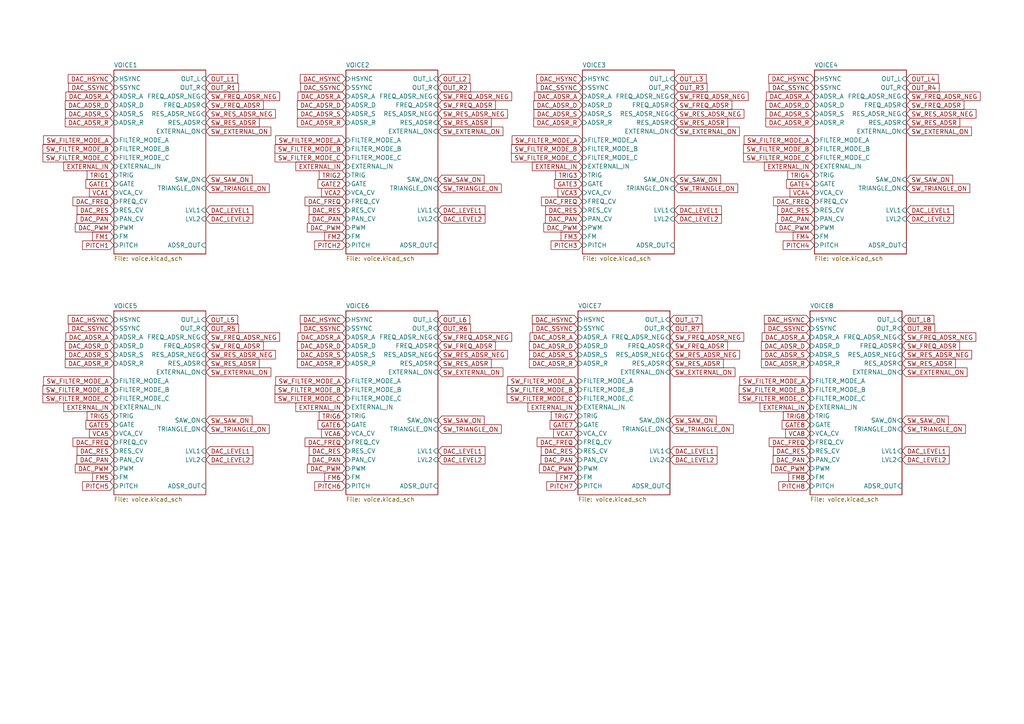
<source format=kicad_sch>
(kicad_sch (version 20230121) (generator eeschema)
  (paper "A4")
  (title_block (title "Polykit-X8 Mainboard") (date "2024-01-14") (rev "v0.0.2") (company "Jan Knipper") (comment 1 "github.com/polykit"))
  (lib_symbols)
  (global_label "SW_FILTER_MODE_C" (shape input) (at 167.64 115.57 180) (property "Intersheetrefs" "${INTERSHEET_REFS}" (effects hide)))
  (global_label "DAC_LEVEL2" (shape input) (at 195.58 63.5 0) (property "Intersheetrefs" "${INTERSHEET_REFS}" (effects hide)))
  (global_label "OUT_L6" (shape input) (at 127 92.71 0) (property "Intersheetrefs" "${INTERSHEET_REFS}" (effects hide)))
  (global_label "SW_TRIANGLE_ON" (shape input) (at 127 54.61 0) (property "Intersheetrefs" "${INTERSHEET_REFS}" (effects hide)))
  (global_label "DAC_ADSR_R" (shape input) (at 236.22 35.56 180) (property "Intersheetrefs" "${INTERSHEET_REFS}" (effects hide)))
  (global_label "OUT_R1" (shape input) (at 59.69 25.4 0) (property "Intersheetrefs" "${INTERSHEET_REFS}" (effects hide)))
  (global_label "DAC_RES" (shape input) (at 236.22 60.96 180) (property "Intersheetrefs" "${INTERSHEET_REFS}" (effects hide)))
  (global_label "PITCH1" (shape input) (at 33.02 71.12 180) (property "Intersheetrefs" "${INTERSHEET_REFS}" (effects hide)))
  (global_label "EXTERNAL_IN" (shape input) (at 236.22 48.26 180) (property "Intersheetrefs" "${INTERSHEET_REFS}" (effects hide)))
  (global_label "DAC_PAN" (shape input) (at 33.02 63.5 180) (property "Intersheetrefs" "${INTERSHEET_REFS}" (effects hide)))
  (global_label "SW_EXTERNAL_ON" (shape input) (at 59.69 107.95 0) (property "Intersheetrefs" "${INTERSHEET_REFS}" (effects hide)))
  (global_label "OUT_R6" (shape input) (at 127 95.25 0) (property "Intersheetrefs" "${INTERSHEET_REFS}" (effects hide)))
  (global_label "DAC_LEVEL2" (shape input) (at 262.89 63.5 0) (property "Intersheetrefs" "${INTERSHEET_REFS}" (effects hide)))
  (global_label "SW_FILTER_MODE_A" (shape input) (at 100.33 40.64 180) (property "Intersheetrefs" "${INTERSHEET_REFS}" (effects hide)))
  (global_label "DAC_LEVEL2" (shape input) (at 261.62 133.35 0) (property "Intersheetrefs" "${INTERSHEET_REFS}" (effects hide)))
  (global_label "PITCH8" (shape input) (at 234.95 140.97 180) (property "Intersheetrefs" "${INTERSHEET_REFS}" (effects hide)))
  (global_label "DAC_ADSR_S" (shape input) (at 234.95 102.87 180) (property "Intersheetrefs" "${INTERSHEET_REFS}" (effects hide)))
  (global_label "PITCH7" (shape input) (at 167.64 140.97 180) (property "Intersheetrefs" "${INTERSHEET_REFS}" (effects hide)))
  (global_label "DAC_SSYNC" (shape input) (at 168.91 25.4 180) (property "Intersheetrefs" "${INTERSHEET_REFS}" (effects hide)))
  (global_label "SW_TRIANGLE_ON" (shape input) (at 59.69 124.46 0) (property "Intersheetrefs" "${INTERSHEET_REFS}" (effects hide)))
  (global_label "SW_SAW_ON" (shape input) (at 59.69 121.92 0) (property "Intersheetrefs" "${INTERSHEET_REFS}" (effects hide)))
  (global_label "SW_FILTER_MODE_C" (shape input) (at 168.91 45.72 180) (property "Intersheetrefs" "${INTERSHEET_REFS}" (effects hide)))
  (global_label "FM5" (shape input) (at 33.02 138.43 180) (property "Intersheetrefs" "${INTERSHEET_REFS}" (effects hide)))
  (global_label "OUT_L3" (shape input) (at 195.58 22.86 0) (property "Intersheetrefs" "${INTERSHEET_REFS}" (effects hide)))
  (global_label "EXTERNAL_IN" (shape input) (at 168.91 48.26 180) (property "Intersheetrefs" "${INTERSHEET_REFS}" (effects hide)))
  (global_label "DAC_HSYNC" (shape input) (at 234.95 92.71 180) (property "Intersheetrefs" "${INTERSHEET_REFS}" (effects hide)))
  (global_label "DAC_ADSR_D" (shape input) (at 167.64 100.33 180) (property "Intersheetrefs" "${INTERSHEET_REFS}" (effects hide)))
  (global_label "SW_RES_ADSR" (shape input) (at 127 105.41 0) (property "Intersheetrefs" "${INTERSHEET_REFS}" (effects hide)))
  (global_label "PITCH5" (shape input) (at 33.02 140.97 180) (property "Intersheetrefs" "${INTERSHEET_REFS}" (effects hide)))
  (global_label "TRIG4" (shape input) (at 236.22 50.8 180) (property "Intersheetrefs" "${INTERSHEET_REFS}" (effects hide)))
  (global_label "SW_SAW_ON" (shape input) (at 127 52.07 0) (property "Intersheetrefs" "${INTERSHEET_REFS}" (effects hide)))
  (global_label "DAC_ADSR_R" (shape input) (at 168.91 35.56 180) (property "Intersheetrefs" "${INTERSHEET_REFS}" (effects hide)))
  (global_label "SW_RES_ADSR_NEG" (shape input) (at 127 102.87 0) (property "Intersheetrefs" "${INTERSHEET_REFS}" (effects hide)))
  (global_label "DAC_FREQ" (shape input) (at 100.33 58.42 180) (property "Intersheetrefs" "${INTERSHEET_REFS}" (effects hide)))
  (global_label "DAC_PWM" (shape input) (at 33.02 135.89 180) (property "Intersheetrefs" "${INTERSHEET_REFS}" (effects hide)))
  (global_label "DAC_HSYNC" (shape input) (at 33.02 22.86 180) (property "Intersheetrefs" "${INTERSHEET_REFS}" (effects hide)))
  (global_label "VCA8" (shape input) (at 234.95 125.73 180) (property "Intersheetrefs" "${INTERSHEET_REFS}" (effects hide)))
  (global_label "DAC_ADSR_R" (shape input) (at 100.33 35.56 180) (property "Intersheetrefs" "${INTERSHEET_REFS}" (effects hide)))
  (global_label "DAC_ADSR_S" (shape input) (at 33.02 33.02 180) (property "Intersheetrefs" "${INTERSHEET_REFS}" (effects hide)))
  (global_label "DAC_HSYNC" (shape input) (at 33.02 92.71 180) (property "Intersheetrefs" "${INTERSHEET_REFS}" (effects hide)))
  (global_label "SW_FILTER_MODE_B" (shape input) (at 168.91 43.18 180) (property "Intersheetrefs" "${INTERSHEET_REFS}" (effects hide)))
  (global_label "SW_FREQ_ADSR" (shape input) (at 194.31 100.33 0) (property "Intersheetrefs" "${INTERSHEET_REFS}" (effects hide)))
  (global_label "SW_FILTER_MODE_A" (shape input) (at 168.91 40.64 180) (property "Intersheetrefs" "${INTERSHEET_REFS}" (effects hide)))
  (global_label "SW_FILTER_MODE_A" (shape input) (at 234.95 110.49 180) (property "Intersheetrefs" "${INTERSHEET_REFS}" (effects hide)))
  (global_label "DAC_PWM" (shape input) (at 234.95 135.89 180) (property "Intersheetrefs" "${INTERSHEET_REFS}" (effects hide)))
  (global_label "VCA1" (shape input) (at 33.02 55.88 180) (property "Intersheetrefs" "${INTERSHEET_REFS}" (effects hide)))
  (global_label "SW_RES_ADSR" (shape input) (at 59.69 105.41 0) (property "Intersheetrefs" "${INTERSHEET_REFS}" (effects hide)))
  (global_label "DAC_LEVEL2" (shape input) (at 59.69 133.35 0) (property "Intersheetrefs" "${INTERSHEET_REFS}" (effects hide)))
  (global_label "SW_EXTERNAL_ON" (shape input) (at 127 38.1 0) (property "Intersheetrefs" "${INTERSHEET_REFS}" (effects hide)))
  (global_label "SW_FILTER_MODE_C" (shape input) (at 236.22 45.72 180) (property "Intersheetrefs" "${INTERSHEET_REFS}" (effects hide)))
  (global_label "SW_FREQ_ADSR" (shape input) (at 127 100.33 0) (property "Intersheetrefs" "${INTERSHEET_REFS}" (effects hide)))
  (global_label "FM3" (shape input) (at 168.91 68.58 180) (property "Intersheetrefs" "${INTERSHEET_REFS}" (effects hide)))
  (global_label "SW_FREQ_ADSR_NEG" (shape input) (at 262.89 27.94 0) (property "Intersheetrefs" "${INTERSHEET_REFS}" (effects hide)))
  (global_label "DAC_ADSR_S" (shape input) (at 100.33 33.02 180) (property "Intersheetrefs" "${INTERSHEET_REFS}" (effects hide)))
  (global_label "VCA7" (shape input) (at 167.64 125.73 180) (property "Intersheetrefs" "${INTERSHEET_REFS}" (effects hide)))
  (global_label "OUT_L4" (shape input) (at 262.89 22.86 0) (property "Intersheetrefs" "${INTERSHEET_REFS}" (effects hide)))
  (global_label "DAC_SSYNC" (shape input) (at 100.33 25.4 180) (property "Intersheetrefs" "${INTERSHEET_REFS}" (effects hide)))
  (global_label "SW_RES_ADSR_NEG" (shape input) (at 194.31 102.87 0) (property "Intersheetrefs" "${INTERSHEET_REFS}" (effects hide)))
  (global_label "SW_RES_ADSR" (shape input) (at 59.69 35.56 0) (property "Intersheetrefs" "${INTERSHEET_REFS}" (effects hide)))
  (global_label "DAC_LEVEL1" (shape input) (at 127 60.96 0) (property "Intersheetrefs" "${INTERSHEET_REFS}" (effects hide)))
  (global_label "SW_FILTER_MODE_B" (shape input) (at 33.02 113.03 180) (property "Intersheetrefs" "${INTERSHEET_REFS}" (effects hide)))
  (global_label "DAC_LEVEL1" (shape input) (at 261.62 130.81 0) (property "Intersheetrefs" "${INTERSHEET_REFS}" (effects hide)))
  (global_label "GATE2" (shape input) (at 100.33 53.34 180) (property "Intersheetrefs" "${INTERSHEET_REFS}" (effects hide)))
  (global_label "DAC_SSYNC" (shape input) (at 236.22 25.4 180) (property "Intersheetrefs" "${INTERSHEET_REFS}" (effects hide)))
  (global_label "DAC_LEVEL2" (shape input) (at 127 63.5 0) (property "Intersheetrefs" "${INTERSHEET_REFS}" (effects hide)))
  (global_label "SW_SAW_ON" (shape input) (at 261.62 121.92 0) (property "Intersheetrefs" "${INTERSHEET_REFS}" (effects hide)))
  (global_label "DAC_PAN" (shape input) (at 234.95 133.35 180) (property "Intersheetrefs" "${INTERSHEET_REFS}" (effects hide)))
  (global_label "DAC_ADSR_A" (shape input) (at 33.02 97.79 180) (property "Intersheetrefs" "${INTERSHEET_REFS}" (effects hide)))
  (global_label "DAC_SSYNC" (shape input) (at 234.95 95.25 180) (property "Intersheetrefs" "${INTERSHEET_REFS}" (effects hide)))
  (global_label "DAC_ADSR_A" (shape input) (at 167.64 97.79 180) (property "Intersheetrefs" "${INTERSHEET_REFS}" (effects hide)))
  (global_label "DAC_ADSR_R" (shape input) (at 33.02 35.56 180) (property "Intersheetrefs" "${INTERSHEET_REFS}" (effects hide)))
  (global_label "GATE3" (shape input) (at 168.91 53.34 180) (property "Intersheetrefs" "${INTERSHEET_REFS}" (effects hide)))
  (global_label "DAC_ADSR_S" (shape input) (at 168.91 33.02 180) (property "Intersheetrefs" "${INTERSHEET_REFS}" (effects hide)))
  (global_label "SW_FILTER_MODE_C" (shape input) (at 234.95 115.57 180) (property "Intersheetrefs" "${INTERSHEET_REFS}" (effects hide)))
  (global_label "SW_FILTER_MODE_A" (shape input) (at 100.33 110.49 180) (property "Intersheetrefs" "${INTERSHEET_REFS}" (effects hide)))
  (global_label "DAC_ADSR_D" (shape input) (at 236.22 30.48 180) (property "Intersheetrefs" "${INTERSHEET_REFS}" (effects hide)))
  (global_label "DAC_ADSR_S" (shape input) (at 100.33 102.87 180) (property "Intersheetrefs" "${INTERSHEET_REFS}" (effects hide)))
  (global_label "SW_SAW_ON" (shape input) (at 195.58 52.07 0) (property "Intersheetrefs" "${INTERSHEET_REFS}" (effects hide)))
  (global_label "SW_RES_ADSR" (shape input) (at 194.31 105.41 0) (property "Intersheetrefs" "${INTERSHEET_REFS}" (effects hide)))
  (global_label "DAC_ADSR_R" (shape input) (at 33.02 105.41 180) (property "Intersheetrefs" "${INTERSHEET_REFS}" (effects hide)))
  (global_label "DAC_SSYNC" (shape input) (at 33.02 25.4 180) (property "Intersheetrefs" "${INTERSHEET_REFS}" (effects hide)))
  (global_label "SW_RES_ADSR_NEG" (shape input) (at 262.89 33.02 0) (property "Intersheetrefs" "${INTERSHEET_REFS}" (effects hide)))
  (global_label "SW_SAW_ON" (shape input) (at 194.31 121.92 0) (property "Intersheetrefs" "${INTERSHEET_REFS}" (effects hide)))
  (global_label "DAC_RES" (shape input) (at 167.64 130.81 180) (property "Intersheetrefs" "${INTERSHEET_REFS}" (effects hide)))
  (global_label "OUT_R3" (shape input) (at 195.58 25.4 0) (property "Intersheetrefs" "${INTERSHEET_REFS}" (effects hide)))
  (global_label "DAC_PAN" (shape input) (at 100.33 133.35 180) (property "Intersheetrefs" "${INTERSHEET_REFS}" (effects hide)))
  (global_label "SW_RES_ADSR_NEG" (shape input) (at 195.58 33.02 0) (property "Intersheetrefs" "${INTERSHEET_REFS}" (effects hide)))
  (global_label "DAC_LEVEL1" (shape input) (at 194.31 130.81 0) (property "Intersheetrefs" "${INTERSHEET_REFS}" (effects hide)))
  (global_label "SW_FILTER_MODE_B" (shape input) (at 236.22 43.18 180) (property "Intersheetrefs" "${INTERSHEET_REFS}" (effects hide)))
  (global_label "SW_FREQ_ADSR" (shape input) (at 195.58 30.48 0) (property "Intersheetrefs" "${INTERSHEET_REFS}" (effects hide)))
  (global_label "SW_RES_ADSR" (shape input) (at 127 35.56 0) (property "Intersheetrefs" "${INTERSHEET_REFS}" (effects hide)))
  (global_label "SW_RES_ADSR_NEG" (shape input) (at 127 33.02 0) (property "Intersheetrefs" "${INTERSHEET_REFS}" (effects hide)))
  (global_label "SW_TRIANGLE_ON" (shape input) (at 195.58 54.61 0) (property "Intersheetrefs" "${INTERSHEET_REFS}" (effects hide)))
  (global_label "DAC_FREQ" (shape input) (at 236.22 58.42 180) (property "Intersheetrefs" "${INTERSHEET_REFS}" (effects hide)))
  (global_label "DAC_ADSR_R" (shape input) (at 167.64 105.41 180) (property "Intersheetrefs" "${INTERSHEET_REFS}" (effects hide)))
  (global_label "SW_EXTERNAL_ON" (shape input) (at 59.69 38.1 0) (property "Intersheetrefs" "${INTERSHEET_REFS}" (effects hide)))
  (global_label "DAC_ADSR_D" (shape input) (at 234.95 100.33 180) (property "Intersheetrefs" "${INTERSHEET_REFS}" (effects hide)))
  (global_label "SW_RES_ADSR_NEG" (shape input) (at 59.69 102.87 0) (property "Intersheetrefs" "${INTERSHEET_REFS}" (effects hide)))
  (global_label "TRIG5" (shape input) (at 33.02 120.65 180) (property "Intersheetrefs" "${INTERSHEET_REFS}" (effects hide)))
  (global_label "DAC_HSYNC" (shape input) (at 167.64 92.71 180) (property "Intersheetrefs" "${INTERSHEET_REFS}" (effects hide)))
  (global_label "FM6" (shape input) (at 100.33 138.43 180) (property "Intersheetrefs" "${INTERSHEET_REFS}" (effects hide)))
  (global_label "TRIG7" (shape input) (at 167.64 120.65 180) (property "Intersheetrefs" "${INTERSHEET_REFS}" (effects hide)))
  (global_label "DAC_LEVEL2" (shape input) (at 194.31 133.35 0) (property "Intersheetrefs" "${INTERSHEET_REFS}" (effects hide)))
  (global_label "DAC_PWM" (shape input) (at 168.91 66.04 180) (property "Intersheetrefs" "${INTERSHEET_REFS}" (effects hide)))
  (global_label "SW_FILTER_MODE_C" (shape input) (at 33.02 115.57 180) (property "Intersheetrefs" "${INTERSHEET_REFS}" (effects hide)))
  (global_label "DAC_LEVEL1" (shape input) (at 195.58 60.96 0) (property "Intersheetrefs" "${INTERSHEET_REFS}" (effects hide)))
  (global_label "SW_TRIANGLE_ON" (shape input) (at 127 124.46 0) (property "Intersheetrefs" "${INTERSHEET_REFS}" (effects hide)))
  (global_label "SW_FREQ_ADSR" (shape input) (at 59.69 100.33 0) (property "Intersheetrefs" "${INTERSHEET_REFS}" (effects hide)))
  (global_label "OUT_R2" (shape input) (at 127 25.4 0) (property "Intersheetrefs" "${INTERSHEET_REFS}" (effects hide)))
  (global_label "DAC_ADSR_A" (shape input) (at 168.91 27.94 180) (property "Intersheetrefs" "${INTERSHEET_REFS}" (effects hide)))
  (global_label "DAC_RES" (shape input) (at 100.33 130.81 180) (property "Intersheetrefs" "${INTERSHEET_REFS}" (effects hide)))
  (global_label "DAC_FREQ" (shape input) (at 234.95 128.27 180) (property "Intersheetrefs" "${INTERSHEET_REFS}" (effects hide)))
  (global_label "SW_FREQ_ADSR_NEG" (shape input) (at 59.69 27.94 0) (property "Intersheetrefs" "${INTERSHEET_REFS}" (effects hide)))
  (global_label "GATE8" (shape input) (at 234.95 123.19 180) (property "Intersheetrefs" "${INTERSHEET_REFS}" (effects hide)))
  (global_label "DAC_FREQ" (shape input) (at 168.91 58.42 180) (property "Intersheetrefs" "${INTERSHEET_REFS}" (effects hide)))
  (global_label "DAC_FREQ" (shape input) (at 167.64 128.27 180) (property "Intersheetrefs" "${INTERSHEET_REFS}" (effects hide)))
  (global_label "SW_FILTER_MODE_A" (shape input) (at 33.02 110.49 180) (property "Intersheetrefs" "${INTERSHEET_REFS}" (effects hide)))
  (global_label "DAC_ADSR_S" (shape input) (at 33.02 102.87 180) (property "Intersheetrefs" "${INTERSHEET_REFS}" (effects hide)))
  (global_label "SW_FREQ_ADSR_NEG" (shape input) (at 195.58 27.94 0) (property "Intersheetrefs" "${INTERSHEET_REFS}" (effects hide)))
  (global_label "SW_FREQ_ADSR_NEG" (shape input) (at 194.31 97.79 0) (property "Intersheetrefs" "${INTERSHEET_REFS}" (effects hide)))
  (global_label "DAC_ADSR_S" (shape input) (at 236.22 33.02 180) (property "Intersheetrefs" "${INTERSHEET_REFS}" (effects hide)))
  (global_label "SW_EXTERNAL_ON" (shape input) (at 127 107.95 0) (property "Intersheetrefs" "${INTERSHEET_REFS}" (effects hide)))
  (global_label "SW_FREQ_ADSR_NEG" (shape input) (at 261.62 97.79 0) (property "Intersheetrefs" "${INTERSHEET_REFS}" (effects hide)))
  (global_label "DAC_PWM" (shape input) (at 33.02 66.04 180) (property "Intersheetrefs" "${INTERSHEET_REFS}" (effects hide)))
  (global_label "EXTERNAL_IN" (shape input) (at 234.95 118.11 180) (property "Intersheetrefs" "${INTERSHEET_REFS}" (effects hide)))
  (global_label "TRIG3" (shape input) (at 168.91 50.8 180) (property "Intersheetrefs" "${INTERSHEET_REFS}" (effects hide)))
  (global_label "SW_EXTERNAL_ON" (shape input) (at 194.31 107.95 0) (property "Intersheetrefs" "${INTERSHEET_REFS}" (effects hide)))
  (global_label "SW_SAW_ON" (shape input) (at 59.69 52.07 0) (property "Intersheetrefs" "${INTERSHEET_REFS}" (effects hide)))
  (global_label "SW_FILTER_MODE_B" (shape input) (at 100.33 43.18 180) (property "Intersheetrefs" "${INTERSHEET_REFS}" (effects hide)))
  (global_label "SW_FILTER_MODE_A" (shape input) (at 167.64 110.49 180) (property "Intersheetrefs" "${INTERSHEET_REFS}" (effects hide)))
  (global_label "SW_RES_ADSR_NEG" (shape input) (at 59.69 33.02 0) (property "Intersheetrefs" "${INTERSHEET_REFS}" (effects hide)))
  (global_label "SW_FILTER_MODE_A" (shape input) (at 236.22 40.64 180) (property "Intersheetrefs" "${INTERSHEET_REFS}" (effects hide)))
  (global_label "DAC_HSYNC" (shape input) (at 168.91 22.86 180) (property "Intersheetrefs" "${INTERSHEET_REFS}" (effects hide)))
  (global_label "DAC_PAN" (shape input) (at 168.91 63.5 180) (property "Intersheetrefs" "${INTERSHEET_REFS}" (effects hide)))
  (global_label "TRIG2" (shape input) (at 100.33 50.8 180) (property "Intersheetrefs" "${INTERSHEET_REFS}" (effects hide)))
  (global_label "EXTERNAL_IN" (shape input) (at 33.02 118.11 180) (property "Intersheetrefs" "${INTERSHEET_REFS}" (effects hide)))
  (global_label "DAC_PWM" (shape input) (at 100.33 135.89 180) (property "Intersheetrefs" "${INTERSHEET_REFS}" (effects hide)))
  (global_label "DAC_ADSR_R" (shape input) (at 100.33 105.41 180) (property "Intersheetrefs" "${INTERSHEET_REFS}" (effects hide)))
  (global_label "GATE5" (shape input) (at 33.02 123.19 180) (property "Intersheetrefs" "${INTERSHEET_REFS}" (effects hide)))
  (global_label "DAC_LEVEL1" (shape input) (at 59.69 60.96 0) (property "Intersheetrefs" "${INTERSHEET_REFS}" (effects hide)))
  (global_label "OUT_L7" (shape input) (at 194.31 92.71 0) (property "Intersheetrefs" "${INTERSHEET_REFS}" (effects hide)))
  (global_label "SW_FREQ_ADSR_NEG" (shape input) (at 127 97.79 0) (property "Intersheetrefs" "${INTERSHEET_REFS}" (effects hide)))
  (global_label "DAC_HSYNC" (shape input) (at 100.33 92.71 180) (property "Intersheetrefs" "${INTERSHEET_REFS}" (effects hide)))
  (global_label "SW_TRIANGLE_ON" (shape input) (at 194.31 124.46 0) (property "Intersheetrefs" "${INTERSHEET_REFS}" (effects hide)))
  (global_label "PITCH3" (shape input) (at 168.91 71.12 180) (property "Intersheetrefs" "${INTERSHEET_REFS}" (effects hide)))
  (global_label "OUT_R8" (shape input) (at 261.62 95.25 0) (property "Intersheetrefs" "${INTERSHEET_REFS}" (effects hide)))
  (global_label "SW_FREQ_ADSR_NEG" (shape input) (at 127 27.94 0) (property "Intersheetrefs" "${INTERSHEET_REFS}" (effects hide)))
  (global_label "DAC_FREQ" (shape input) (at 33.02 58.42 180) (property "Intersheetrefs" "${INTERSHEET_REFS}" (effects hide)))
  (global_label "VCA4" (shape input) (at 236.22 55.88 180) (property "Intersheetrefs" "${INTERSHEET_REFS}" (effects hide)))
  (global_label "SW_FREQ_ADSR" (shape input) (at 59.69 30.48 0) (property "Intersheetrefs" "${INTERSHEET_REFS}" (effects hide)))
  (global_label "DAC_LEVEL2" (shape input) (at 127 133.35 0) (property "Intersheetrefs" "${INTERSHEET_REFS}" (effects hide)))
  (global_label "DAC_LEVEL2" (shape input) (at 59.69 63.5 0) (property "Intersheetrefs" "${INTERSHEET_REFS}" (effects hide)))
  (global_label "DAC_ADSR_A" (shape input) (at 236.22 27.94 180) (property "Intersheetrefs" "${INTERSHEET_REFS}" (effects hide)))
  (global_label "FM2" (shape input) (at 100.33 68.58 180) (property "Intersheetrefs" "${INTERSHEET_REFS}" (effects hide)))
  (global_label "SW_RES_ADSR" (shape input) (at 261.62 105.41 0) (property "Intersheetrefs" "${INTERSHEET_REFS}" (effects hide)))
  (global_label "SW_TRIANGLE_ON" (shape input) (at 261.62 124.46 0) (property "Intersheetrefs" "${INTERSHEET_REFS}" (effects hide)))
  (global_label "SW_FREQ_ADSR" (shape input) (at 261.62 100.33 0) (property "Intersheetrefs" "${INTERSHEET_REFS}" (effects hide)))
  (global_label "SW_FREQ_ADSR" (shape input) (at 262.89 30.48 0) (property "Intersheetrefs" "${INTERSHEET_REFS}" (effects hide)))
  (global_label "TRIG1" (shape input) (at 33.02 50.8 180) (property "Intersheetrefs" "${INTERSHEET_REFS}" (effects hide)))
  (global_label "VCA2" (shape input) (at 100.33 55.88 180) (property "Intersheetrefs" "${INTERSHEET_REFS}" (effects hide)))
  (global_label "DAC_ADSR_D" (shape input) (at 100.33 30.48 180) (property "Intersheetrefs" "${INTERSHEET_REFS}" (effects hide)))
  (global_label "DAC_PAN" (shape input) (at 167.64 133.35 180) (property "Intersheetrefs" "${INTERSHEET_REFS}" (effects hide)))
  (global_label "GATE4" (shape input) (at 236.22 53.34 180) (property "Intersheetrefs" "${INTERSHEET_REFS}" (effects hide)))
  (global_label "OUT_L1" (shape input) (at 59.69 22.86 0) (property "Intersheetrefs" "${INTERSHEET_REFS}" (effects hide)))
  (global_label "VCA5" (shape input) (at 33.02 125.73 180) (property "Intersheetrefs" "${INTERSHEET_REFS}" (effects hide)))
  (global_label "DAC_LEVEL1" (shape input) (at 59.69 130.81 0) (property "Intersheetrefs" "${INTERSHEET_REFS}" (effects hide)))
  (global_label "SW_SAW_ON" (shape input) (at 127 121.92 0) (property "Intersheetrefs" "${INTERSHEET_REFS}" (effects hide)))
  (global_label "PITCH2" (shape input) (at 100.33 71.12 180) (property "Intersheetrefs" "${INTERSHEET_REFS}" (effects hide)))
  (global_label "SW_FILTER_MODE_C" (shape input) (at 33.02 45.72 180) (property "Intersheetrefs" "${INTERSHEET_REFS}" (effects hide)))
  (global_label "OUT_R4" (shape input) (at 262.89 25.4 0) (property "Intersheetrefs" "${INTERSHEET_REFS}" (effects hide)))
  (global_label "DAC_FREQ" (shape input) (at 100.33 128.27 180) (property "Intersheetrefs" "${INTERSHEET_REFS}" (effects hide)))
  (global_label "DAC_ADSR_A" (shape input) (at 100.33 97.79 180) (property "Intersheetrefs" "${INTERSHEET_REFS}" (effects hide)))
  (global_label "EXTERNAL_IN" (shape input) (at 100.33 48.26 180) (property "Intersheetrefs" "${INTERSHEET_REFS}" (effects hide)))
  (global_label "DAC_ADSR_D" (shape input) (at 33.02 100.33 180) (property "Intersheetrefs" "${INTERSHEET_REFS}" (effects hide)))
  (global_label "DAC_PWM" (shape input) (at 167.64 135.89 180) (property "Intersheetrefs" "${INTERSHEET_REFS}" (effects hide)))
  (global_label "DAC_ADSR_R" (shape input) (at 234.95 105.41 180) (property "Intersheetrefs" "${INTERSHEET_REFS}" (effects hide)))
  (global_label "SW_EXTERNAL_ON" (shape input) (at 195.58 38.1 0) (property "Intersheetrefs" "${INTERSHEET_REFS}" (effects hide)))
  (global_label "GATE6" (shape input) (at 100.33 123.19 180) (property "Intersheetrefs" "${INTERSHEET_REFS}" (effects hide)))
  (global_label "PITCH4" (shape input) (at 236.22 71.12 180) (property "Intersheetrefs" "${INTERSHEET_REFS}" (effects hide)))
  (global_label "DAC_PAN" (shape input) (at 33.02 133.35 180) (property "Intersheetrefs" "${INTERSHEET_REFS}" (effects hide)))
  (global_label "SW_EXTERNAL_ON" (shape input) (at 261.62 107.95 0) (property "Intersheetrefs" "${INTERSHEET_REFS}" (effects hide)))
  (global_label "SW_FILTER_MODE_B" (shape input) (at 100.33 113.03 180) (property "Intersheetrefs" "${INTERSHEET_REFS}" (effects hide)))
  (global_label "DAC_HSYNC" (shape input) (at 236.22 22.86 180) (property "Intersheetrefs" "${INTERSHEET_REFS}" (effects hide)))
  (global_label "DAC_ADSR_S" (shape input) (at 167.64 102.87 180) (property "Intersheetrefs" "${INTERSHEET_REFS}" (effects hide)))
  (global_label "SW_TRIANGLE_ON" (shape input) (at 59.69 54.61 0) (property "Intersheetrefs" "${INTERSHEET_REFS}" (effects hide)))
  (global_label "DAC_PAN" (shape input) (at 236.22 63.5 180) (property "Intersheetrefs" "${INTERSHEET_REFS}" (effects hide)))
  (global_label "DAC_RES" (shape input) (at 168.91 60.96 180) (property "Intersheetrefs" "${INTERSHEET_REFS}" (effects hide)))
  (global_label "DAC_PWM" (shape input) (at 236.22 66.04 180) (property "Intersheetrefs" "${INTERSHEET_REFS}" (effects hide)))
  (global_label "SW_RES_ADSR" (shape input) (at 195.58 35.56 0) (property "Intersheetrefs" "${INTERSHEET_REFS}" (effects hide)))
  (global_label "SW_FILTER_MODE_B" (shape input) (at 33.02 43.18 180) (property "Intersheetrefs" "${INTERSHEET_REFS}" (effects hide)))
  (global_label "DAC_PAN" (shape input) (at 100.33 63.5 180) (property "Intersheetrefs" "${INTERSHEET_REFS}" (effects hide)))
  (global_label "SW_TRIANGLE_ON" (shape input) (at 262.89 54.61 0) (property "Intersheetrefs" "${INTERSHEET_REFS}" (effects hide)))
  (global_label "OUT_L5" (shape input) (at 59.69 92.71 0) (property "Intersheetrefs" "${INTERSHEET_REFS}" (effects hide)))
  (global_label "GATE7" (shape input) (at 167.64 123.19 180) (property "Intersheetrefs" "${INTERSHEET_REFS}" (effects hide)))
  (global_label "DAC_FREQ" (shape input) (at 33.02 128.27 180) (property "Intersheetrefs" "${INTERSHEET_REFS}" (effects hide)))
  (global_label "OUT_L2" (shape input) (at 127 22.86 0) (property "Intersheetrefs" "${INTERSHEET_REFS}" (effects hide)))
  (global_label "DAC_SSYNC" (shape input) (at 167.64 95.25 180) (property "Intersheetrefs" "${INTERSHEET_REFS}" (effects hide)))
  (global_label "SW_RES_ADSR" (shape input) (at 262.89 35.56 0) (property "Intersheetrefs" "${INTERSHEET_REFS}" (effects hide)))
  (global_label "SW_FREQ_ADSR" (shape input) (at 127 30.48 0) (property "Intersheetrefs" "${INTERSHEET_REFS}" (effects hide)))
  (global_label "SW_FILTER_MODE_C" (shape input) (at 100.33 45.72 180) (property "Intersheetrefs" "${INTERSHEET_REFS}" (effects hide)))
  (global_label "EXTERNAL_IN" (shape input) (at 100.33 118.11 180) (property "Intersheetrefs" "${INTERSHEET_REFS}" (effects hide)))
  (global_label "DAC_ADSR_A" (shape input) (at 33.02 27.94 180) (property "Intersheetrefs" "${INTERSHEET_REFS}" (effects hide)))
  (global_label "DAC_SSYNC" (shape input) (at 100.33 95.25 180) (property "Intersheetrefs" "${INTERSHEET_REFS}" (effects hide)))
  (global_label "DAC_RES" (shape input) (at 33.02 60.96 180) (property "Intersheetrefs" "${INTERSHEET_REFS}" (effects hide)))
  (global_label "SW_EXTERNAL_ON" (shape input) (at 262.89 38.1 0) (property "Intersheetrefs" "${INTERSHEET_REFS}" (effects hide)))
  (global_label "DAC_RES" (shape input) (at 234.95 130.81 180) (property "Intersheetrefs" "${INTERSHEET_REFS}" (effects hide)))
  (global_label "DAC_PWM" (shape input) (at 100.33 66.04 180) (property "Intersheetrefs" "${INTERSHEET_REFS}" (effects hide)))
  (global_label "DAC_ADSR_A" (shape input) (at 234.95 97.79 180) (property "Intersheetrefs" "${INTERSHEET_REFS}" (effects hide)))
  (global_label "DAC_ADSR_D" (shape input) (at 100.33 100.33 180) (property "Intersheetrefs" "${INTERSHEET_REFS}" (effects hide)))
  (global_label "DAC_RES" (shape input) (at 100.33 60.96 180) (property "Intersheetrefs" "${INTERSHEET_REFS}" (effects hide)))
  (global_label "EXTERNAL_IN" (shape input) (at 167.64 118.11 180) (property "Intersheetrefs" "${INTERSHEET_REFS}" (effects hide)))
  (global_label "SW_FILTER_MODE_A" (shape input) (at 33.02 40.64 180) (property "Intersheetrefs" "${INTERSHEET_REFS}" (effects hide)))
  (global_label "EXTERNAL_IN" (shape input) (at 33.02 48.26 180) (property "Intersheetrefs" "${INTERSHEET_REFS}" (effects hide)))
  (global_label "TRIG8" (shape input) (at 234.95 120.65 180) (property "Intersheetrefs" "${INTERSHEET_REFS}" (effects hide)))
  (global_label "SW_FREQ_ADSR_NEG" (shape input) (at 59.69 97.79 0) (property "Intersheetrefs" "${INTERSHEET_REFS}" (effects hide)))
  (global_label "DAC_ADSR_D" (shape input) (at 33.02 30.48 180) (property "Intersheetrefs" "${INTERSHEET_REFS}" (effects hide)))
  (global_label "DAC_HSYNC" (shape input) (at 100.33 22.86 180) (property "Intersheetrefs" "${INTERSHEET_REFS}" (effects hide)))
  (global_label "FM4" (shape input) (at 236.22 68.58 180) (property "Intersheetrefs" "${INTERSHEET_REFS}" (effects hide)))
  (global_label "SW_RES_ADSR_NEG" (shape input) (at 261.62 102.87 0) (property "Intersheetrefs" "${INTERSHEET_REFS}" (effects hide)))
  (global_label "DAC_ADSR_A" (shape input) (at 100.33 27.94 180) (property "Intersheetrefs" "${INTERSHEET_REFS}" (effects hide)))
  (global_label "SW_FILTER_MODE_B" (shape input) (at 234.95 113.03 180) (property "Intersheetrefs" "${INTERSHEET_REFS}" (effects hide)))
  (global_label "VCA6" (shape input) (at 100.33 125.73 180) (property "Intersheetrefs" "${INTERSHEET_REFS}" (effects hide)))
  (global_label "OUT_R5" (shape input) (at 59.69 95.25 0) (property "Intersheetrefs" "${INTERSHEET_REFS}" (effects hide)))
  (global_label "SW_FILTER_MODE_C" (shape input) (at 100.33 115.57 180) (property "Intersheetrefs" "${INTERSHEET_REFS}" (effects hide)))
  (global_label "PITCH6" (shape input) (at 100.33 140.97 180) (property "Intersheetrefs" "${INTERSHEET_REFS}" (effects hide)))
  (global_label "DAC_ADSR_D" (shape input) (at 168.91 30.48 180) (property "Intersheetrefs" "${INTERSHEET_REFS}" (effects hide)))
  (global_label "FM1" (shape input) (at 33.02 68.58 180) (property "Intersheetrefs" "${INTERSHEET_REFS}" (effects hide)))
  (global_label "OUT_L8" (shape input) (at 261.62 92.71 0) (property "Intersheetrefs" "${INTERSHEET_REFS}" (effects hide)))
  (global_label "SW_SAW_ON" (shape input) (at 262.89 52.07 0) (property "Intersheetrefs" "${INTERSHEET_REFS}" (effects hide)))
  (global_label "DAC_RES" (shape input) (at 33.02 130.81 180) (property "Intersheetrefs" "${INTERSHEET_REFS}" (effects hide)))
  (global_label "SW_FILTER_MODE_B" (shape input) (at 167.64 113.03 180) (property "Intersheetrefs" "${INTERSHEET_REFS}" (effects hide)))
  (global_label "GATE1" (shape input) (at 33.02 53.34 180) (property "Intersheetrefs" "${INTERSHEET_REFS}" (effects hide)))
  (global_label "FM8" (shape input) (at 234.95 138.43 180) (property "Intersheetrefs" "${INTERSHEET_REFS}" (effects hide)))
  (global_label "VCA3" (shape input) (at 168.91 55.88 180) (property "Intersheetrefs" "${INTERSHEET_REFS}" (effects hide)))
  (global_label "TRIG6" (shape input) (at 100.33 120.65 180) (property "Intersheetrefs" "${INTERSHEET_REFS}" (effects hide)))
  (global_label "DAC_LEVEL1" (shape input) (at 127 130.81 0) (property "Intersheetrefs" "${INTERSHEET_REFS}" (effects hide)))
  (global_label "DAC_SSYNC" (shape input) (at 33.02 95.25 180) (property "Intersheetrefs" "${INTERSHEET_REFS}" (effects hide)))
  (global_label "OUT_R7" (shape input) (at 194.31 95.25 0) (property "Intersheetrefs" "${INTERSHEET_REFS}" (effects hide)))
  (global_label "FM7" (shape input) (at 167.64 138.43 180) (property "Intersheetrefs" "${INTERSHEET_REFS}" (effects hide)))
  (global_label "DAC_LEVEL1" (shape input) (at 262.89 60.96 0) (property "Intersheetrefs" "${INTERSHEET_REFS}" (effects hide)))
  (sheet (at 234.95 90.17) (size 26.67 53.34) (stroke (width 0.1524))
    (property "Sheetname" "VOICE8" (at 234.95 89.4584 0) (effects (justify left bottom)))
    (property "Sheetfile" "voice.kicad_sch" (at 234.95 144.0946 0) (effects (justify left top)))
    (pin "HSYNC" input (at 234.95 92.71 180))
    (pin "ADSR_A" input (at 234.95 97.79 180))
    (pin "ADSR_D" input (at 234.95 100.33 180))
    (pin "PWM" input (at 234.95 135.89 180))
    (pin "PITCH" input (at 234.95 140.97 180))
    (pin "FM" input (at 234.95 138.43 180))
    (pin "TRIG" input (at 234.95 120.65 180))
    (pin "ADSR_S" input (at 234.95 102.87 180))
    (pin "GATE" input (at 234.95 123.19 180))
    (pin "ADSR_R" input (at 234.95 105.41 180))
    (pin "FILTER_MODE_B" input (at 234.95 113.03 180))
    (pin "OUT_L" input (at 261.62 92.71 0))
    (pin "OUT_R" input (at 261.62 95.25 0))
    (pin "FILTER_MODE_C" input (at 234.95 115.57 180))
    (pin "VCA_CV" input (at 234.95 125.73 180))
    (pin "FREQ_CV" input (at 234.95 128.27 180))
    (pin "EXTERNAL_IN" input (at 234.95 118.11 180))
    (pin "RES_CV" input (at 234.95 130.81 180))
    (pin "PAN_CV" input (at 234.95 133.35 180))
    (pin "SAW_ON" input (at 261.62 121.92 0))
    (pin "FREQ_ADSR_NEG" input (at 261.62 97.79 0))
    (pin "TRIANGLE_ON" input (at 261.62 124.46 0))
    (pin "EXTERNAL_ON" input (at 261.62 107.95 0))
    (pin "ADSR_OUT" input (at 261.62 140.97 0))
    (pin "SSYNC" input (at 234.95 95.25 180))
    (pin "FILTER_MODE_A" input (at 234.95 110.49 180))
    (pin "RES_ADSR" input (at 261.62 105.41 0))
    (pin "FREQ_ADSR" input (at 261.62 100.33 0))
    (pin "LVL1" input (at 261.62 130.81 0))
    (pin "LVL2" input (at 261.62 133.35 0))
    (pin "RES_ADSR_NEG" input (at 261.62 102.87 0))
  )
  (sheet (at 33.02 90.17) (size 26.67 53.34) (stroke (width 0.1524))
    (property "Sheetname" "VOICE5" (at 33.02 89.4584 0) (effects (justify left bottom)))
    (property "Sheetfile" "voice.kicad_sch" (at 33.02 144.0946 0) (effects (justify left top)))
    (pin "HSYNC" input (at 33.02 92.71 180))
    (pin "ADSR_A" input (at 33.02 97.79 180))
    (pin "ADSR_D" input (at 33.02 100.33 180))
    (pin "PWM" input (at 33.02 135.89 180))
    (pin "PITCH" input (at 33.02 140.97 180))
    (pin "FM" input (at 33.02 138.43 180))
    (pin "TRIG" input (at 33.02 120.65 180))
    (pin "ADSR_S" input (at 33.02 102.87 180))
    (pin "GATE" input (at 33.02 123.19 180))
    (pin "ADSR_R" input (at 33.02 105.41 180))
    (pin "FILTER_MODE_B" input (at 33.02 113.03 180))
    (pin "OUT_L" input (at 59.69 92.71 0))
    (pin "OUT_R" input (at 59.69 95.25 0))
    (pin "FILTER_MODE_C" input (at 33.02 115.57 180))
    (pin "VCA_CV" input (at 33.02 125.73 180))
    (pin "FREQ_CV" input (at 33.02 128.27 180))
    (pin "EXTERNAL_IN" input (at 33.02 118.11 180))
    (pin "RES_CV" input (at 33.02 130.81 180))
    (pin "PAN_CV" input (at 33.02 133.35 180))
    (pin "SAW_ON" input (at 59.69 121.92 0))
    (pin "FREQ_ADSR_NEG" input (at 59.69 97.79 0))
    (pin "TRIANGLE_ON" input (at 59.69 124.46 0))
    (pin "EXTERNAL_ON" input (at 59.69 107.95 0))
    (pin "ADSR_OUT" input (at 59.69 140.97 0))
    (pin "SSYNC" input (at 33.02 95.25 180))
    (pin "FILTER_MODE_A" input (at 33.02 110.49 180))
    (pin "RES_ADSR" input (at 59.69 105.41 0))
    (pin "FREQ_ADSR" input (at 59.69 100.33 0))
    (pin "LVL1" input (at 59.69 130.81 0))
    (pin "LVL2" input (at 59.69 133.35 0))
    (pin "RES_ADSR_NEG" input (at 59.69 102.87 0))
  )
  (sheet (at 236.22 20.32) (size 26.67 53.34) (stroke (width 0.1524))
    (property "Sheetname" "VOICE4" (at 236.22 19.6084 0) (effects (justify left bottom)))
    (property "Sheetfile" "voice.kicad_sch" (at 236.22 74.2446 0) (effects (justify left top)))
    (pin "HSYNC" input (at 236.22 22.86 180))
    (pin "ADSR_A" input (at 236.22 27.94 180))
    (pin "ADSR_D" input (at 236.22 30.48 180))
    (pin "PWM" input (at 236.22 66.04 180))
    (pin "PITCH" input (at 236.22 71.12 180))
    (pin "FM" input (at 236.22 68.58 180))
    (pin "TRIG" input (at 236.22 50.8 180))
    (pin "ADSR_S" input (at 236.22 33.02 180))
    (pin "GATE" input (at 236.22 53.34 180))
    (pin "ADSR_R" input (at 236.22 35.56 180))
    (pin "FILTER_MODE_B" input (at 236.22 43.18 180))
    (pin "OUT_L" input (at 262.89 22.86 0))
    (pin "OUT_R" input (at 262.89 25.4 0))
    (pin "FILTER_MODE_C" input (at 236.22 45.72 180))
    (pin "VCA_CV" input (at 236.22 55.88 180))
    (pin "FREQ_CV" input (at 236.22 58.42 180))
    (pin "EXTERNAL_IN" input (at 236.22 48.26 180))
    (pin "RES_CV" input (at 236.22 60.96 180))
    (pin "PAN_CV" input (at 236.22 63.5 180))
    (pin "SAW_ON" input (at 262.89 52.07 0))
    (pin "FREQ_ADSR_NEG" input (at 262.89 27.94 0))
    (pin "TRIANGLE_ON" input (at 262.89 54.61 0))
    (pin "EXTERNAL_ON" input (at 262.89 38.1 0))
    (pin "ADSR_OUT" input (at 262.89 71.12 0))
    (pin "SSYNC" input (at 236.22 25.4 180))
    (pin "FILTER_MODE_A" input (at 236.22 40.64 180))
    (pin "RES_ADSR" input (at 262.89 35.56 0))
    (pin "FREQ_ADSR" input (at 262.89 30.48 0))
    (pin "LVL1" input (at 262.89 60.96 0))
    (pin "LVL2" input (at 262.89 63.5 0))
    (pin "RES_ADSR_NEG" input (at 262.89 33.02 0))
  )
  (sheet (at 100.33 20.32) (size 26.67 53.34) (stroke (width 0.1524))
    (property "Sheetname" "VOICE2" (at 100.33 19.6084 0) (effects (justify left bottom)))
    (property "Sheetfile" "voice.kicad_sch" (at 100.33 74.2446 0) (effects (justify left top)))
    (pin "HSYNC" input (at 100.33 22.86 180))
    (pin "ADSR_A" input (at 100.33 27.94 180))
    (pin "ADSR_D" input (at 100.33 30.48 180))
    (pin "PWM" input (at 100.33 66.04 180))
    (pin "PITCH" input (at 100.33 71.12 180))
    (pin "FM" input (at 100.33 68.58 180))
    (pin "TRIG" input (at 100.33 50.8 180))
    (pin "ADSR_S" input (at 100.33 33.02 180))
    (pin "GATE" input (at 100.33 53.34 180))
    (pin "ADSR_R" input (at 100.33 35.56 180))
    (pin "FILTER_MODE_B" input (at 100.33 43.18 180))
    (pin "OUT_L" input (at 127 22.86 0))
    (pin "OUT_R" input (at 127 25.4 0))
    (pin "FILTER_MODE_C" input (at 100.33 45.72 180))
    (pin "VCA_CV" input (at 100.33 55.88 180))
    (pin "FREQ_CV" input (at 100.33 58.42 180))
    (pin "EXTERNAL_IN" input (at 100.33 48.26 180))
    (pin "RES_CV" input (at 100.33 60.96 180))
    (pin "PAN_CV" input (at 100.33 63.5 180))
    (pin "SAW_ON" input (at 127 52.07 0))
    (pin "FREQ_ADSR_NEG" input (at 127 27.94 0))
    (pin "TRIANGLE_ON" input (at 127 54.61 0))
    (pin "EXTERNAL_ON" input (at 127 38.1 0))
    (pin "ADSR_OUT" input (at 127 71.12 0))
    (pin "SSYNC" input (at 100.33 25.4 180))
    (pin "FILTER_MODE_A" input (at 100.33 40.64 180))
    (pin "RES_ADSR" input (at 127 35.56 0))
    (pin "FREQ_ADSR" input (at 127 30.48 0))
    (pin "LVL1" input (at 127 60.96 0))
    (pin "LVL2" input (at 127 63.5 0))
    (pin "RES_ADSR_NEG" input (at 127 33.02 0))
  )
  (sheet (at 168.91 20.32) (size 26.67 53.34) (stroke (width 0.1524))
    (property "Sheetname" "VOICE3" (at 168.91 19.6084 0) (effects (justify left bottom)))
    (property "Sheetfile" "voice.kicad_sch" (at 168.91 74.2446 0) (effects (justify left top)))
    (pin "HSYNC" input (at 168.91 22.86 180))
    (pin "ADSR_A" input (at 168.91 27.94 180))
    (pin "ADSR_D" input (at 168.91 30.48 180))
    (pin "PWM" input (at 168.91 66.04 180))
    (pin "PITCH" input (at 168.91 71.12 180))
    (pin "FM" input (at 168.91 68.58 180))
    (pin "TRIG" input (at 168.91 50.8 180))
    (pin "ADSR_S" input (at 168.91 33.02 180))
    (pin "GATE" input (at 168.91 53.34 180))
    (pin "ADSR_R" input (at 168.91 35.56 180))
    (pin "FILTER_MODE_B" input (at 168.91 43.18 180))
    (pin "OUT_L" input (at 195.58 22.86 0))
    (pin "OUT_R" input (at 195.58 25.4 0))
    (pin "FILTER_MODE_C" input (at 168.91 45.72 180))
    (pin "VCA_CV" input (at 168.91 55.88 180))
    (pin "FREQ_CV" input (at 168.91 58.42 180))
    (pin "EXTERNAL_IN" input (at 168.91 48.26 180))
    (pin "RES_CV" input (at 168.91 60.96 180))
    (pin "PAN_CV" input (at 168.91 63.5 180))
    (pin "SAW_ON" input (at 195.58 52.07 0))
    (pin "FREQ_ADSR_NEG" input (at 195.58 27.94 0))
    (pin "TRIANGLE_ON" input (at 195.58 54.61 0))
    (pin "EXTERNAL_ON" input (at 195.58 38.1 0))
    (pin "ADSR_OUT" input (at 195.58 71.12 0))
    (pin "SSYNC" input (at 168.91 25.4 180))
    (pin "FILTER_MODE_A" input (at 168.91 40.64 180))
    (pin "RES_ADSR" input (at 195.58 35.56 0))
    (pin "FREQ_ADSR" input (at 195.58 30.48 0))
    (pin "LVL1" input (at 195.58 60.96 0))
    (pin "LVL2" input (at 195.58 63.5 0))
    (pin "RES_ADSR_NEG" input (at 195.58 33.02 0))
  )
  (sheet (at 100.33 90.17) (size 26.67 53.34) (stroke (width 0.1524))
    (property "Sheetname" "VOICE6" (at 100.33 89.4584 0) (effects (justify left bottom)))
    (property "Sheetfile" "voice.kicad_sch" (at 100.33 144.0946 0) (effects (justify left top)))
    (pin "HSYNC" input (at 100.33 92.71 180))
    (pin "ADSR_A" input (at 100.33 97.79 180))
    (pin "ADSR_D" input (at 100.33 100.33 180))
    (pin "PWM" input (at 100.33 135.89 180))
    (pin "PITCH" input (at 100.33 140.97 180))
    (pin "FM" input (at 100.33 138.43 180))
    (pin "TRIG" input (at 100.33 120.65 180))
    (pin "ADSR_S" input (at 100.33 102.87 180))
    (pin "GATE" input (at 100.33 123.19 180))
    (pin "ADSR_R" input (at 100.33 105.41 180))
    (pin "FILTER_MODE_B" input (at 100.33 113.03 180))
    (pin "OUT_L" input (at 127 92.71 0))
    (pin "OUT_R" input (at 127 95.25 0))
    (pin "FILTER_MODE_C" input (at 100.33 115.57 180))
    (pin "VCA_CV" input (at 100.33 125.73 180))
    (pin "FREQ_CV" input (at 100.33 128.27 180))
    (pin "EXTERNAL_IN" input (at 100.33 118.11 180))
    (pin "RES_CV" input (at 100.33 130.81 180))
    (pin "PAN_CV" input (at 100.33 133.35 180))
    (pin "SAW_ON" input (at 127 121.92 0))
    (pin "FREQ_ADSR_NEG" input (at 127 97.79 0))
    (pin "TRIANGLE_ON" input (at 127 124.46 0))
    (pin "EXTERNAL_ON" input (at 127 107.95 0))
    (pin "ADSR_OUT" input (at 127 140.97 0))
    (pin "SSYNC" input (at 100.33 95.25 180))
    (pin "FILTER_MODE_A" input (at 100.33 110.49 180))
    (pin "RES_ADSR" input (at 127 105.41 0))
    (pin "FREQ_ADSR" input (at 127 100.33 0))
    (pin "LVL1" input (at 127 130.81 0))
    (pin "LVL2" input (at 127 133.35 0))
    (pin "RES_ADSR_NEG" input (at 127 102.87 0))
  )
  (sheet (at 33.02 20.32) (size 26.67 53.34) (stroke (width 0.1524))
    (property "Sheetname" "VOICE1" (at 33.02 19.6084 0) (effects (justify left bottom)))
    (property "Sheetfile" "voice.kicad_sch" (at 33.02 74.2446 0) (effects (justify left top)))
    (pin "HSYNC" input (at 33.02 22.86 180))
    (pin "ADSR_A" input (at 33.02 27.94 180))
    (pin "ADSR_D" input (at 33.02 30.48 180))
    (pin "PWM" input (at 33.02 66.04 180))
    (pin "PITCH" input (at 33.02 71.12 180))
    (pin "FM" input (at 33.02 68.58 180))
    (pin "TRIG" input (at 33.02 50.8 180))
    (pin "ADSR_S" input (at 33.02 33.02 180))
    (pin "GATE" input (at 33.02 53.34 180))
    (pin "ADSR_R" input (at 33.02 35.56 180))
    (pin "FILTER_MODE_B" input (at 33.02 43.18 180))
    (pin "OUT_L" input (at 59.69 22.86 0))
    (pin "OUT_R" input (at 59.69 25.4 0))
    (pin "FILTER_MODE_C" input (at 33.02 45.72 180))
    (pin "VCA_CV" input (at 33.02 55.88 180))
    (pin "FREQ_CV" input (at 33.02 58.42 180))
    (pin "EXTERNAL_IN" input (at 33.02 48.26 180))
    (pin "RES_CV" input (at 33.02 60.96 180))
    (pin "PAN_CV" input (at 33.02 63.5 180))
    (pin "SAW_ON" input (at 59.69 52.07 0))
    (pin "FREQ_ADSR_NEG" input (at 59.69 27.94 0))
    (pin "TRIANGLE_ON" input (at 59.69 54.61 0))
    (pin "EXTERNAL_ON" input (at 59.69 38.1 0))
    (pin "ADSR_OUT" input (at 59.69 71.12 0))
    (pin "SSYNC" input (at 33.02 25.4 180))
    (pin "FILTER_MODE_A" input (at 33.02 40.64 180))
    (pin "RES_ADSR" input (at 59.69 35.56 0))
    (pin "FREQ_ADSR" input (at 59.69 30.48 0))
    (pin "LVL1" input (at 59.69 60.96 0))
    (pin "LVL2" input (at 59.69 63.5 0))
    (pin "RES_ADSR_NEG" input (at 59.69 33.02 0))
  )
  (sheet (at 167.64 90.17) (size 26.67 53.34) (stroke (width 0.1524))
    (property "Sheetname" "VOICE7" (at 167.64 89.4584 0) (effects (justify left bottom)))
    (property "Sheetfile" "voice.kicad_sch" (at 167.64 144.0946 0) (effects (justify left top)))
    (pin "HSYNC" input (at 167.64 92.71 180))
    (pin "ADSR_A" input (at 167.64 97.79 180))
    (pin "ADSR_D" input (at 167.64 100.33 180))
    (pin "PWM" input (at 167.64 135.89 180))
    (pin "PITCH" input (at 167.64 140.97 180))
    (pin "FM" input (at 167.64 138.43 180))
    (pin "TRIG" input (at 167.64 120.65 180))
    (pin "ADSR_S" input (at 167.64 102.87 180))
    (pin "GATE" input (at 167.64 123.19 180))
    (pin "ADSR_R" input (at 167.64 105.41 180))
    (pin "FILTER_MODE_B" input (at 167.64 113.03 180))
    (pin "OUT_L" input (at 194.31 92.71 0))
    (pin "OUT_R" input (at 194.31 95.25 0))
    (pin "FILTER_MODE_C" input (at 167.64 115.57 180))
    (pin "VCA_CV" input (at 167.64 125.73 180))
    (pin "FREQ_CV" input (at 167.64 128.27 180))
    (pin "EXTERNAL_IN" input (at 167.64 118.11 180))
    (pin "RES_CV" input (at 167.64 130.81 180))
    (pin "PAN_CV" input (at 167.64 133.35 180))
    (pin "SAW_ON" input (at 194.31 121.92 0))
    (pin "FREQ_ADSR_NEG" input (at 194.31 97.79 0))
    (pin "TRIANGLE_ON" input (at 194.31 124.46 0))
    (pin "EXTERNAL_ON" input (at 194.31 107.95 0))
    (pin "ADSR_OUT" input (at 194.31 140.97 0))
    (pin "SSYNC" input (at 167.64 95.25 180))
    (pin "FILTER_MODE_A" input (at 167.64 110.49 180))
    (pin "RES_ADSR" input (at 194.31 105.41 0))
    (pin "FREQ_ADSR" input (at 194.31 100.33 0))
    (pin "LVL1" input (at 194.31 130.81 0))
    (pin "LVL2" input (at 194.31 133.35 0))
    (pin "RES_ADSR_NEG" input (at 194.31 102.87 0))
  )
)
</source>
